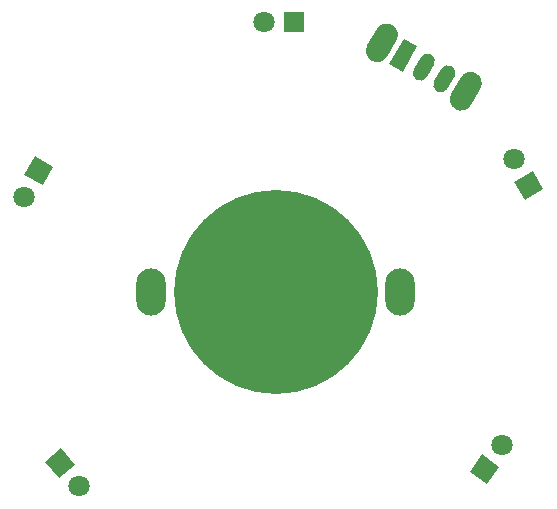
<source format=gbr>
%TF.GenerationSoftware,KiCad,Pcbnew,(5.1.8)-1*%
%TF.CreationDate,2022-03-30T16:06:01-07:00*%
%TF.ProjectId,Alpenglow_Sun_PCB,416c7065-6e67-46c6-9f77-5f53756e5f50,rev?*%
%TF.SameCoordinates,Original*%
%TF.FileFunction,Soldermask,Bot*%
%TF.FilePolarity,Negative*%
%FSLAX46Y46*%
G04 Gerber Fmt 4.6, Leading zero omitted, Abs format (unit mm)*
G04 Created by KiCad (PCBNEW (5.1.8)-1) date 2022-03-30 16:06:01*
%MOMM*%
%LPD*%
G01*
G04 APERTURE LIST*
%ADD10R,1.800000X1.800000*%
%ADD11C,1.800000*%
%ADD12C,0.100000*%
%ADD13C,17.272000*%
%ADD14O,2.500000X4.000000*%
G04 APERTURE END LIST*
D10*
%TO.C,D1*%
X153924000Y-66548000D03*
D11*
X151384000Y-66548000D03*
%TD*%
D12*
%TO.C,D3*%
G36*
X175041623Y-80695023D02*
G01*
X173482777Y-81595023D01*
X172582777Y-80036177D01*
X174141623Y-79136177D01*
X175041623Y-80695023D01*
G37*
D11*
X172542200Y-78165895D03*
%TD*%
D12*
%TO.C,D2*%
G36*
X132004577Y-77891577D02*
G01*
X133563423Y-78791577D01*
X132663423Y-80350423D01*
X131104577Y-79450423D01*
X132004577Y-77891577D01*
G37*
D11*
X131064000Y-81320705D03*
%TD*%
D12*
%TO.C,D4*%
G36*
X132844051Y-103775069D02*
G01*
X134222931Y-102618051D01*
X135379949Y-103996931D01*
X134001069Y-105153949D01*
X132844051Y-103775069D01*
G37*
D11*
X135744681Y-105831753D03*
%TD*%
D12*
%TO.C,D5*%
G36*
X170274018Y-105647456D02*
G01*
X168799544Y-104615018D01*
X169831982Y-103140544D01*
X171306456Y-104172982D01*
X170274018Y-105647456D01*
G37*
D11*
X171509884Y-102313354D03*
%TD*%
D12*
%TO.C,SW1*%
G36*
X162007083Y-70099532D02*
G01*
X163257083Y-67934468D01*
X164382917Y-68584468D01*
X163132917Y-70749532D01*
X162007083Y-70099532D01*
G37*
G36*
G01*
X164064134Y-70536615D02*
X164664134Y-69497385D01*
G75*
G02*
X165552051Y-69259468I562917J-325000D01*
G01*
X165552051Y-69259468D01*
G75*
G02*
X165789968Y-70147385I-325000J-562917D01*
G01*
X165189968Y-71186615D01*
G75*
G02*
X164302051Y-71424532I-562917J325000D01*
G01*
X164302051Y-71424532D01*
G75*
G02*
X164064134Y-70536615I325000J562917D01*
G01*
G37*
G36*
G01*
X165796185Y-71536615D02*
X166396185Y-70497385D01*
G75*
G02*
X167284102Y-70259468I562917J-325000D01*
G01*
X167284102Y-70259468D01*
G75*
G02*
X167522019Y-71147385I-325000J-562917D01*
G01*
X166922019Y-72186615D01*
G75*
G02*
X166034102Y-72424532I-562917J325000D01*
G01*
X166034102Y-72424532D01*
G75*
G02*
X165796185Y-71536615I325000J562917D01*
G01*
G37*
G36*
G01*
X160153623Y-68509820D02*
X160953623Y-67124180D01*
G75*
G02*
X162251347Y-66776456I822724J-475000D01*
G01*
X162251347Y-66776456D01*
G75*
G02*
X162599071Y-68074180I-475000J-822724D01*
G01*
X161799071Y-69459820D01*
G75*
G02*
X160501347Y-69807544I-822724J475000D01*
G01*
X160501347Y-69807544D01*
G75*
G02*
X160153623Y-68509820I475000J822724D01*
G01*
G37*
G36*
G01*
X167255031Y-72609820D02*
X168055031Y-71224180D01*
G75*
G02*
X169352755Y-70876456I822724J-475000D01*
G01*
X169352755Y-70876456D01*
G75*
G02*
X169700479Y-72174180I-475000J-822724D01*
G01*
X168900479Y-73559820D01*
G75*
G02*
X167602755Y-73907544I-822724J475000D01*
G01*
X167602755Y-73907544D01*
G75*
G02*
X167255031Y-72609820I475000J822724D01*
G01*
G37*
%TD*%
D13*
%TO.C,BT1*%
X152400000Y-89408000D03*
D14*
X162941000Y-89408000D03*
X141859000Y-89408000D03*
%TD*%
M02*

</source>
